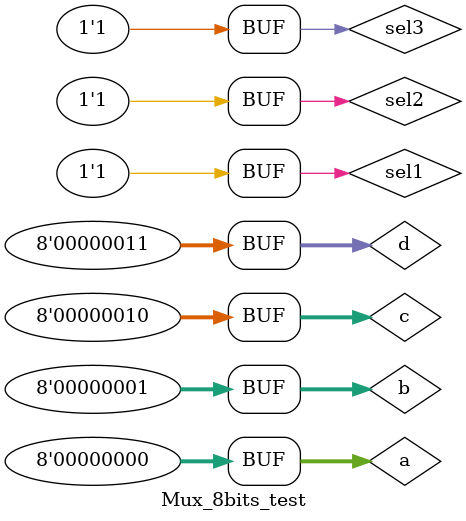
<source format=v>
`timescale 1ns / 1ps

module Mux_8bits_test();
reg [8-1:0] a, b, c, d;
reg sel1, sel2, sel3;
wire [8-1:0] f;

Mux_8bits M1(a, b, c, d, sel1, sel2, sel3, f);
initial begin
a = 8'b00000000;
b = 8'b00000001;
c = 8'b00000010;
d = 8'b00000011;
sel1 = 1'b0;
sel2 = 1'b0;
sel3 = 1'b0;#100;
sel1 = 1'b1;
sel2 = 1'b1;
sel3 = 1'b0;#100;
sel1 = 1'b0;
sel2 = 1'b0;
sel3 = 1'b1;#100;
sel1 = 1'b1;
sel2 = 1'b1;
sel3 = 1'b1;#100;
end
endmodule



</source>
